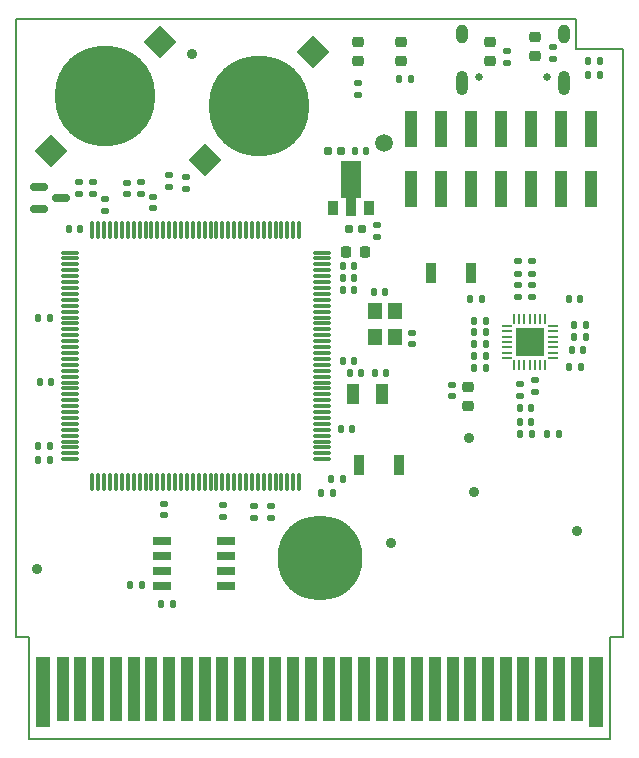
<source format=gbr>
G04 #@! TF.GenerationSoftware,KiCad,Pcbnew,7.0.10*
G04 #@! TF.CreationDate,2024-04-17T21:52:57+03:00*
G04 #@! TF.ProjectId,GAMEBOY_STM32_CART,47414d45-424f-4595-9f53-544d33325f43,v5.1*
G04 #@! TF.SameCoordinates,Original*
G04 #@! TF.FileFunction,Soldermask,Top*
G04 #@! TF.FilePolarity,Negative*
%FSLAX46Y46*%
G04 Gerber Fmt 4.6, Leading zero omitted, Abs format (unit mm)*
G04 Created by KiCad (PCBNEW 7.0.10) date 2024-04-17 21:52:57*
%MOMM*%
%LPD*%
G01*
G04 APERTURE LIST*
G04 Aperture macros list*
%AMRoundRect*
0 Rectangle with rounded corners*
0 $1 Rounding radius*
0 $2 $3 $4 $5 $6 $7 $8 $9 X,Y pos of 4 corners*
0 Add a 4 corners polygon primitive as box body*
4,1,4,$2,$3,$4,$5,$6,$7,$8,$9,$2,$3,0*
0 Add four circle primitives for the rounded corners*
1,1,$1+$1,$2,$3*
1,1,$1+$1,$4,$5*
1,1,$1+$1,$6,$7*
1,1,$1+$1,$8,$9*
0 Add four rect primitives between the rounded corners*
20,1,$1+$1,$2,$3,$4,$5,0*
20,1,$1+$1,$4,$5,$6,$7,0*
20,1,$1+$1,$6,$7,$8,$9,0*
20,1,$1+$1,$8,$9,$2,$3,0*%
%AMRotRect*
0 Rectangle, with rotation*
0 The origin of the aperture is its center*
0 $1 length*
0 $2 width*
0 $3 Rotation angle, in degrees counterclockwise*
0 Add horizontal line*
21,1,$1,$2,0,0,$3*%
%AMFreePoly0*
4,1,14,0.318306,0.106694,0.381694,0.043306,0.400000,-0.000888,0.400000,-0.062500,0.381694,-0.106694,0.337500,-0.125000,-0.337500,-0.125000,-0.381694,-0.106694,-0.400000,-0.062500,-0.400000,0.062500,-0.381694,0.106694,-0.337500,0.125000,0.274112,0.125000,0.318306,0.106694,0.318306,0.106694,$1*%
%AMFreePoly1*
4,1,14,0.381694,0.106694,0.400000,0.062500,0.400000,0.000888,0.381694,-0.043306,0.318306,-0.106694,0.274112,-0.125000,-0.337500,-0.125000,-0.381694,-0.106694,-0.400000,-0.062500,-0.400000,0.062500,-0.381694,0.106694,-0.337500,0.125000,0.337500,0.125000,0.381694,0.106694,0.381694,0.106694,$1*%
%AMFreePoly2*
4,1,14,0.106694,0.381694,0.125000,0.337500,0.125000,-0.337500,0.106694,-0.381694,0.062500,-0.400000,-0.062500,-0.400000,-0.106694,-0.381694,-0.125000,-0.337500,-0.125000,0.274112,-0.106694,0.318306,-0.043306,0.381694,0.000888,0.400000,0.062500,0.400000,0.106694,0.381694,0.106694,0.381694,$1*%
%AMFreePoly3*
4,1,14,0.043306,0.381694,0.106694,0.318306,0.125000,0.274112,0.125000,-0.337500,0.106694,-0.381694,0.062500,-0.400000,-0.062500,-0.400000,-0.106694,-0.381694,-0.125000,-0.337500,-0.125000,0.337500,-0.106694,0.381694,-0.062500,0.400000,-0.000888,0.400000,0.043306,0.381694,0.043306,0.381694,$1*%
%AMFreePoly4*
4,1,14,0.381694,0.106694,0.400000,0.062500,0.400000,-0.062500,0.381694,-0.106694,0.337500,-0.125000,-0.274112,-0.125000,-0.318306,-0.106694,-0.381694,-0.043306,-0.400000,0.000888,-0.400000,0.062500,-0.381694,0.106694,-0.337500,0.125000,0.337500,0.125000,0.381694,0.106694,0.381694,0.106694,$1*%
%AMFreePoly5*
4,1,14,0.381694,0.106694,0.400000,0.062500,0.400000,-0.062500,0.381694,-0.106694,0.337500,-0.125000,-0.337500,-0.125000,-0.381694,-0.106694,-0.400000,-0.062500,-0.400000,-0.000888,-0.381694,0.043306,-0.318306,0.106694,-0.274112,0.125000,0.337500,0.125000,0.381694,0.106694,0.381694,0.106694,$1*%
%AMFreePoly6*
4,1,14,0.106694,0.381694,0.125000,0.337500,0.125000,-0.274112,0.106694,-0.318306,0.043306,-0.381694,-0.000888,-0.400000,-0.062500,-0.400000,-0.106694,-0.381694,-0.125000,-0.337500,-0.125000,0.337500,-0.106694,0.381694,-0.062500,0.400000,0.062500,0.400000,0.106694,0.381694,0.106694,0.381694,$1*%
%AMFreePoly7*
4,1,14,0.106694,0.381694,0.125000,0.337500,0.125000,-0.337500,0.106694,-0.381694,0.062500,-0.400000,0.000888,-0.400000,-0.043306,-0.381694,-0.106694,-0.318306,-0.125000,-0.274112,-0.125000,0.337500,-0.106694,0.381694,-0.062500,0.400000,0.062500,0.400000,0.106694,0.381694,0.106694,0.381694,$1*%
%AMFreePoly8*
4,1,9,3.862500,-0.866500,0.737500,-0.866500,0.737500,-0.450000,-0.737500,-0.450000,-0.737500,0.450000,0.737500,0.450000,0.737500,0.866500,3.862500,0.866500,3.862500,-0.866500,3.862500,-0.866500,$1*%
G04 Aperture macros list end*
%ADD10C,0.900000*%
%ADD11RoundRect,0.075000X0.662500X0.075000X-0.662500X0.075000X-0.662500X-0.075000X0.662500X-0.075000X0*%
%ADD12RoundRect,0.075000X0.075000X0.662500X-0.075000X0.662500X-0.075000X-0.662500X0.075000X-0.662500X0*%
%ADD13C,7.200000*%
%ADD14RoundRect,0.135000X-0.185000X0.135000X-0.185000X-0.135000X0.185000X-0.135000X0.185000X0.135000X0*%
%ADD15RoundRect,0.135000X0.185000X-0.135000X0.185000X0.135000X-0.185000X0.135000X-0.185000X-0.135000X0*%
%ADD16RoundRect,0.140000X-0.140000X-0.170000X0.140000X-0.170000X0.140000X0.170000X-0.140000X0.170000X0*%
%ADD17RoundRect,0.218750X-0.256250X0.218750X-0.256250X-0.218750X0.256250X-0.218750X0.256250X0.218750X0*%
%ADD18RoundRect,0.140000X-0.170000X0.140000X-0.170000X-0.140000X0.170000X-0.140000X0.170000X0.140000X0*%
%ADD19R,0.900000X1.700000*%
%ADD20RoundRect,0.140000X0.140000X0.170000X-0.140000X0.170000X-0.140000X-0.170000X0.140000X-0.170000X0*%
%ADD21RoundRect,0.155000X0.212500X0.155000X-0.212500X0.155000X-0.212500X-0.155000X0.212500X-0.155000X0*%
%ADD22R,1.300000X6.000000*%
%ADD23R,1.000000X5.500000*%
%ADD24RoundRect,0.135000X0.135000X0.185000X-0.135000X0.185000X-0.135000X-0.185000X0.135000X-0.185000X0*%
%ADD25RoundRect,0.135000X-0.135000X-0.185000X0.135000X-0.185000X0.135000X0.185000X-0.135000X0.185000X0*%
%ADD26RoundRect,0.218750X0.218750X0.256250X-0.218750X0.256250X-0.218750X-0.256250X0.218750X-0.256250X0*%
%ADD27RoundRect,0.140000X0.170000X-0.140000X0.170000X0.140000X-0.170000X0.140000X-0.170000X-0.140000X0*%
%ADD28RoundRect,0.150000X-0.587500X-0.150000X0.587500X-0.150000X0.587500X0.150000X-0.587500X0.150000X0*%
%ADD29FreePoly0,180.000000*%
%ADD30RoundRect,0.062500X0.337500X0.062500X-0.337500X0.062500X-0.337500X-0.062500X0.337500X-0.062500X0*%
%ADD31R,2.400000X2.400000*%
%ADD32FreePoly1,180.000000*%
%ADD33FreePoly2,180.000000*%
%ADD34RoundRect,0.062500X0.062500X0.337500X-0.062500X0.337500X-0.062500X-0.337500X0.062500X-0.337500X0*%
%ADD35FreePoly3,180.000000*%
%ADD36FreePoly4,180.000000*%
%ADD37FreePoly5,180.000000*%
%ADD38FreePoly6,180.000000*%
%ADD39FreePoly7,180.000000*%
%ADD40RoundRect,0.218750X0.256250X-0.218750X0.256250X0.218750X-0.256250X0.218750X-0.256250X-0.218750X0*%
%ADD41R,1.000000X3.150000*%
%ADD42C,8.500000*%
%ADD43RotRect,2.000000X2.000000X45.000000*%
%ADD44R,1.200000X1.400000*%
%ADD45R,1.525000X0.650000*%
%ADD46R,1.000000X1.800000*%
%ADD47R,0.900000X1.300000*%
%ADD48FreePoly8,90.000000*%
%ADD49C,0.650000*%
%ADD50O,1.000000X1.600000*%
%ADD51O,1.000000X2.100000*%
%ADD52C,1.500000*%
G04 #@! TA.AperFunction,Profile*
%ADD53C,0.150000*%
G04 #@! TD*
G04 APERTURE END LIST*
D10*
X115200000Y-63300000D03*
X78600000Y-74400000D03*
X124300000Y-71200000D03*
X108600000Y-72200000D03*
X91700000Y-30800000D03*
X115600000Y-67900000D03*
D11*
X102725000Y-65138000D03*
X102725000Y-64638000D03*
X102725000Y-64138000D03*
X102725000Y-63638000D03*
X102725000Y-63138000D03*
X102725000Y-62638000D03*
X102725000Y-62138000D03*
X102725000Y-61638000D03*
X102725000Y-61138000D03*
X102725000Y-60638000D03*
X102725000Y-60138000D03*
X102725000Y-59638000D03*
X102725000Y-59138000D03*
X102725000Y-58638000D03*
X102725000Y-58138000D03*
X102725000Y-57638000D03*
X102725000Y-57138000D03*
X102725000Y-56638000D03*
X102725000Y-56138000D03*
X102725000Y-55638000D03*
X102725000Y-55138000D03*
X102725000Y-54638000D03*
X102725000Y-54138000D03*
X102725000Y-53638000D03*
X102725000Y-53138000D03*
X102725000Y-52638000D03*
X102725000Y-52138000D03*
X102725000Y-51638000D03*
X102725000Y-51138000D03*
X102725000Y-50638000D03*
X102725000Y-50138000D03*
X102725000Y-49638000D03*
X102725000Y-49138000D03*
X102725000Y-48638000D03*
X102725000Y-48138000D03*
X102725000Y-47638000D03*
D12*
X100812500Y-45725500D03*
X100312500Y-45725500D03*
X99812500Y-45725500D03*
X99312500Y-45725500D03*
X98812500Y-45725500D03*
X98312500Y-45725500D03*
X97812500Y-45725500D03*
X97312500Y-45725500D03*
X96812500Y-45725500D03*
X96312500Y-45725500D03*
X95812500Y-45725500D03*
X95312500Y-45725500D03*
X94812500Y-45725500D03*
X94312500Y-45725500D03*
X93812500Y-45725500D03*
X93312500Y-45725500D03*
X92812500Y-45725500D03*
X92312500Y-45725500D03*
X91812500Y-45725500D03*
X91312500Y-45725500D03*
X90812500Y-45725500D03*
X90312500Y-45725500D03*
X89812500Y-45725500D03*
X89312500Y-45725500D03*
X88812500Y-45725500D03*
X88312500Y-45725500D03*
X87812500Y-45725500D03*
X87312500Y-45725500D03*
X86812500Y-45725500D03*
X86312500Y-45725500D03*
X85812500Y-45725500D03*
X85312500Y-45725500D03*
X84812500Y-45725500D03*
X84312500Y-45725500D03*
X83812500Y-45725500D03*
X83312500Y-45725500D03*
D11*
X81400000Y-47638000D03*
X81400000Y-48138000D03*
X81400000Y-48638000D03*
X81400000Y-49138000D03*
X81400000Y-49638000D03*
X81400000Y-50138000D03*
X81400000Y-50638000D03*
X81400000Y-51138000D03*
X81400000Y-51638000D03*
X81400000Y-52138000D03*
X81400000Y-52638000D03*
X81400000Y-53138000D03*
X81400000Y-53638000D03*
X81400000Y-54138000D03*
X81400000Y-54638000D03*
X81400000Y-55138000D03*
X81400000Y-55638000D03*
X81400000Y-56138000D03*
X81400000Y-56638000D03*
X81400000Y-57138000D03*
X81400000Y-57638000D03*
X81400000Y-58138000D03*
X81400000Y-58638000D03*
X81400000Y-59138000D03*
X81400000Y-59638000D03*
X81400000Y-60138000D03*
X81400000Y-60638000D03*
X81400000Y-61138000D03*
X81400000Y-61638000D03*
X81400000Y-62138000D03*
X81400000Y-62638000D03*
X81400000Y-63138000D03*
X81400000Y-63638000D03*
X81400000Y-64138000D03*
X81400000Y-64638000D03*
X81400000Y-65138000D03*
D12*
X83312500Y-67050500D03*
X83812500Y-67050500D03*
X84312500Y-67050500D03*
X84812500Y-67050500D03*
X85312500Y-67050500D03*
X85812500Y-67050500D03*
X86312500Y-67050500D03*
X86812500Y-67050500D03*
X87312500Y-67050500D03*
X87812500Y-67050500D03*
X88312500Y-67050500D03*
X88812500Y-67050500D03*
X89312500Y-67050500D03*
X89812500Y-67050500D03*
X90312500Y-67050500D03*
X90812500Y-67050500D03*
X91312500Y-67050500D03*
X91812500Y-67050500D03*
X92312500Y-67050500D03*
X92812500Y-67050500D03*
X93312500Y-67050500D03*
X93812500Y-67050500D03*
X94312500Y-67050500D03*
X94812500Y-67050500D03*
X95312500Y-67050500D03*
X95812500Y-67050500D03*
X96312500Y-67050500D03*
X96812500Y-67050500D03*
X97312500Y-67050500D03*
X97812500Y-67050500D03*
X98312500Y-67050500D03*
X98812500Y-67050500D03*
X99312500Y-67050500D03*
X99812500Y-67050500D03*
X100312500Y-67050500D03*
X100812500Y-67050500D03*
D13*
X102540000Y-73474000D03*
D14*
X91200000Y-41200000D03*
X91200000Y-42220000D03*
D15*
X120570000Y-49410000D03*
X120570000Y-48390000D03*
D16*
X104520000Y-49800000D03*
X105480000Y-49800000D03*
D14*
X118400000Y-30600000D03*
X118400000Y-31620000D03*
D15*
X119370000Y-49410000D03*
X119370000Y-48390000D03*
D17*
X105800000Y-29812500D03*
X105800000Y-31387500D03*
X120800000Y-29412500D03*
X120800000Y-30987500D03*
D16*
X124120000Y-53800000D03*
X125080000Y-53800000D03*
D14*
X87400000Y-41690000D03*
X87400000Y-42710000D03*
D16*
X104520000Y-56800000D03*
X105480000Y-56800000D03*
D18*
X94400000Y-69040000D03*
X94400000Y-70000000D03*
D19*
X109300000Y-65600000D03*
X105900000Y-65600000D03*
D20*
X79680000Y-64000000D03*
X78720000Y-64000000D03*
D21*
X104367500Y-39000000D03*
X103232500Y-39000000D03*
D20*
X79680000Y-65200000D03*
X78720000Y-65200000D03*
D22*
X79150000Y-84825000D03*
D23*
X80800000Y-84575000D03*
X82300000Y-84575000D03*
X83800000Y-84575000D03*
X85300000Y-84575000D03*
X86800000Y-84575000D03*
X88300000Y-84575000D03*
X89800000Y-84575000D03*
X91300000Y-84575000D03*
X92800000Y-84575000D03*
X94300000Y-84575000D03*
X95800000Y-84575000D03*
X97300000Y-84575000D03*
X98800000Y-84575000D03*
X100300000Y-84575000D03*
X101800000Y-84575000D03*
X103300000Y-84575000D03*
X104800000Y-84575000D03*
X106300000Y-84575000D03*
X107800000Y-84575000D03*
X109300000Y-84575000D03*
X110800000Y-84575000D03*
X112300000Y-84575000D03*
X113800000Y-84575000D03*
X115300000Y-84575000D03*
X116800000Y-84575000D03*
X118300000Y-84575000D03*
X119800000Y-84575000D03*
X121300000Y-84575000D03*
X122800000Y-84575000D03*
X124300000Y-84575000D03*
D22*
X125950000Y-84825000D03*
D24*
X103710000Y-68000000D03*
X102690000Y-68000000D03*
D25*
X123660000Y-57300000D03*
X124680000Y-57300000D03*
D26*
X106387500Y-47600000D03*
X104812500Y-47600000D03*
D16*
X124120000Y-54800000D03*
X125080000Y-54800000D03*
D20*
X79800000Y-58600000D03*
X78840000Y-58600000D03*
D16*
X89144000Y-77425000D03*
X90104000Y-77425000D03*
X105520000Y-39000000D03*
X106480000Y-39000000D03*
D27*
X88400000Y-43880000D03*
X88400000Y-42920000D03*
D28*
X78800000Y-42050000D03*
X78800000Y-43950000D03*
X80675000Y-43000000D03*
D16*
X104520000Y-48800000D03*
X105480000Y-48800000D03*
D15*
X98400000Y-70110000D03*
X98400000Y-69090000D03*
D29*
X122270000Y-56550000D03*
D30*
X122270000Y-56100000D03*
X122270000Y-55650000D03*
X122270000Y-55200000D03*
D31*
X120320000Y-55200000D03*
D30*
X122270000Y-54750000D03*
X122270000Y-54300000D03*
D32*
X122270000Y-53850000D03*
D33*
X121670000Y-53250000D03*
D34*
X121220000Y-53250000D03*
X120770000Y-53250000D03*
X120320000Y-53250000D03*
X119870000Y-53250000D03*
X119420000Y-53250000D03*
D35*
X118970000Y-53250000D03*
D36*
X118370000Y-53850000D03*
D30*
X118370000Y-54300000D03*
X118370000Y-54750000D03*
X118370000Y-55200000D03*
X118370000Y-55650000D03*
X118370000Y-56100000D03*
D37*
X118370000Y-56550000D03*
D38*
X118970000Y-57150000D03*
D34*
X119420000Y-57150000D03*
X119870000Y-57150000D03*
X120320000Y-57150000D03*
X120770000Y-57150000D03*
X121220000Y-57150000D03*
D39*
X121670000Y-57150000D03*
D24*
X116310000Y-51600000D03*
X115290000Y-51600000D03*
D27*
X119520000Y-59760000D03*
X119520000Y-58800000D03*
D19*
X112000000Y-49400000D03*
X115400000Y-49400000D03*
D18*
X107400000Y-45320000D03*
X107400000Y-46280000D03*
X86200000Y-41720000D03*
X86200000Y-42680000D03*
D40*
X115120000Y-60587500D03*
X115120000Y-59012500D03*
D17*
X117000000Y-29800000D03*
X117000000Y-31375000D03*
D18*
X89400000Y-68920000D03*
X89400000Y-69880000D03*
D20*
X116600000Y-54400000D03*
X115640000Y-54400000D03*
D27*
X120570000Y-51380000D03*
X120570000Y-50420000D03*
D16*
X105120000Y-57800000D03*
X106080000Y-57800000D03*
D14*
X120770000Y-58390000D03*
X120770000Y-59410000D03*
X82200000Y-41690000D03*
X82200000Y-42710000D03*
D24*
X110320000Y-32900000D03*
X109300000Y-32900000D03*
D15*
X97000000Y-70110000D03*
X97000000Y-69090000D03*
D20*
X116600000Y-53400000D03*
X115640000Y-53400000D03*
D25*
X125290000Y-31400000D03*
X126310000Y-31400000D03*
D16*
X119520000Y-62000000D03*
X120480000Y-62000000D03*
X104520000Y-50800000D03*
X105480000Y-50800000D03*
D24*
X122830000Y-63000000D03*
X121810000Y-63000000D03*
D41*
X110320000Y-42250000D03*
X110320000Y-37200000D03*
X112860000Y-42250000D03*
X112860000Y-37200000D03*
X115400000Y-42250000D03*
X115400000Y-37200000D03*
X117940000Y-42250000D03*
X117940000Y-37200000D03*
X120480000Y-42250000D03*
X120480000Y-37200000D03*
X123020000Y-42250000D03*
X123020000Y-37200000D03*
X125560000Y-42250000D03*
X125560000Y-37200000D03*
D27*
X119370000Y-51380000D03*
X119370000Y-50420000D03*
D42*
X84408339Y-34404420D03*
D43*
X89004533Y-29808226D03*
X79812145Y-39000614D03*
D16*
X123920000Y-55900000D03*
X124880000Y-55900000D03*
X107120000Y-51000000D03*
X108080000Y-51000000D03*
D20*
X87480000Y-75800000D03*
X86520000Y-75800000D03*
D24*
X104510000Y-66800000D03*
X103490000Y-66800000D03*
D44*
X107200000Y-52600000D03*
X107200000Y-54800000D03*
X108900000Y-54800000D03*
X108900000Y-52600000D03*
D16*
X123640000Y-51600000D03*
X124600000Y-51600000D03*
D17*
X109400000Y-29812500D03*
X109400000Y-31387500D03*
D43*
X92835355Y-39835355D03*
X102027743Y-30642967D03*
D42*
X97431549Y-35239161D03*
D20*
X79680000Y-53200000D03*
X78720000Y-53200000D03*
D27*
X84400000Y-44080000D03*
X84400000Y-43120000D03*
D16*
X119520000Y-60800000D03*
X120480000Y-60800000D03*
D18*
X113720000Y-58840000D03*
X113720000Y-59800000D03*
D20*
X116600000Y-56400000D03*
X115640000Y-56400000D03*
D21*
X106167500Y-45600000D03*
X105032500Y-45600000D03*
D15*
X105800000Y-34310000D03*
X105800000Y-33290000D03*
D14*
X122300000Y-30225000D03*
X122300000Y-31245000D03*
D20*
X108160000Y-57800000D03*
X107200000Y-57800000D03*
D24*
X120540000Y-63000000D03*
X119520000Y-63000000D03*
D25*
X125290000Y-32600000D03*
X126310000Y-32600000D03*
D45*
X94624000Y-75870000D03*
X94624000Y-74600000D03*
X94624000Y-73330000D03*
X94624000Y-72060000D03*
X89200000Y-72060000D03*
X89200000Y-73330000D03*
X89200000Y-74600000D03*
X89200000Y-75870000D03*
D46*
X107850000Y-59600000D03*
X105350000Y-59600000D03*
D47*
X103700000Y-43850000D03*
D48*
X105200000Y-43762500D03*
D47*
X106700000Y-43850000D03*
D16*
X104320000Y-62600000D03*
X105280000Y-62600000D03*
D20*
X82280000Y-45600000D03*
X81320000Y-45600000D03*
D14*
X89800000Y-41090000D03*
X89800000Y-42110000D03*
D25*
X115610000Y-55400000D03*
X116630000Y-55400000D03*
D27*
X110400000Y-55400000D03*
X110400000Y-54440000D03*
D14*
X83400000Y-41690000D03*
X83400000Y-42710000D03*
D20*
X116600000Y-57400000D03*
X115640000Y-57400000D03*
D49*
X116000000Y-32770000D03*
X121780000Y-32770000D03*
D50*
X114570000Y-29120000D03*
D51*
X114570000Y-33300000D03*
D50*
X123210000Y-29120000D03*
D51*
X123210000Y-33300000D03*
D52*
X108025000Y-38375000D03*
D53*
X128250000Y-80225000D02*
X128250000Y-30425000D01*
X128250000Y-30425000D02*
X124250000Y-30425000D01*
X77950000Y-88825000D02*
X77950000Y-80225000D01*
X127150000Y-88825000D02*
X127150000Y-80225000D01*
X76850000Y-80225000D02*
X76850000Y-27825000D01*
X124250000Y-27825000D02*
X124250000Y-30425000D01*
X77950000Y-88825000D02*
X127150000Y-88825000D01*
X76850000Y-27825000D02*
X124250000Y-27825000D01*
X127150000Y-80225000D02*
X128250000Y-80225000D01*
X77950000Y-80225000D02*
X76850000Y-80225000D01*
M02*

</source>
